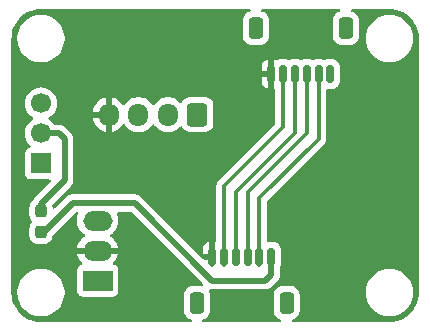
<source format=gbr>
%TF.GenerationSoftware,KiCad,Pcbnew,9.0.3*%
%TF.CreationDate,2025-07-21T23:12:44+12:00*%
%TF.ProjectId,SPI-POWER-INJECTOR,5350492d-504f-4574-9552-2d494e4a4543,rev?*%
%TF.SameCoordinates,Original*%
%TF.FileFunction,Copper,L1,Top*%
%TF.FilePolarity,Positive*%
%FSLAX46Y46*%
G04 Gerber Fmt 4.6, Leading zero omitted, Abs format (unit mm)*
G04 Created by KiCad (PCBNEW 9.0.3) date 2025-07-21 23:12:44*
%MOMM*%
%LPD*%
G01*
G04 APERTURE LIST*
G04 Aperture macros list*
%AMRoundRect*
0 Rectangle with rounded corners*
0 $1 Rounding radius*
0 $2 $3 $4 $5 $6 $7 $8 $9 X,Y pos of 4 corners*
0 Add a 4 corners polygon primitive as box body*
4,1,4,$2,$3,$4,$5,$6,$7,$8,$9,$2,$3,0*
0 Add four circle primitives for the rounded corners*
1,1,$1+$1,$2,$3*
1,1,$1+$1,$4,$5*
1,1,$1+$1,$6,$7*
1,1,$1+$1,$8,$9*
0 Add four rect primitives between the rounded corners*
20,1,$1+$1,$2,$3,$4,$5,0*
20,1,$1+$1,$4,$5,$6,$7,0*
20,1,$1+$1,$6,$7,$8,$9,0*
20,1,$1+$1,$8,$9,$2,$3,0*%
G04 Aperture macros list end*
%TA.AperFunction,SMDPad,CuDef*%
%ADD10RoundRect,0.150000X-0.150000X-0.600000X0.150000X-0.600000X0.150000X0.600000X-0.150000X0.600000X0*%
%TD*%
%TA.AperFunction,SMDPad,CuDef*%
%ADD11RoundRect,0.250000X-0.350000X-0.650000X0.350000X-0.650000X0.350000X0.650000X-0.350000X0.650000X0*%
%TD*%
%TA.AperFunction,SMDPad,CuDef*%
%ADD12RoundRect,0.150000X0.150000X0.600000X-0.150000X0.600000X-0.150000X-0.600000X0.150000X-0.600000X0*%
%TD*%
%TA.AperFunction,SMDPad,CuDef*%
%ADD13RoundRect,0.250000X0.350000X0.650000X-0.350000X0.650000X-0.350000X-0.650000X0.350000X-0.650000X0*%
%TD*%
%TA.AperFunction,SMDPad,CuDef*%
%ADD14RoundRect,0.237500X-0.237500X0.287500X-0.237500X-0.287500X0.237500X-0.287500X0.237500X0.287500X0*%
%TD*%
%TA.AperFunction,ComponentPad*%
%ADD15RoundRect,0.250000X0.600000X0.725000X-0.600000X0.725000X-0.600000X-0.725000X0.600000X-0.725000X0*%
%TD*%
%TA.AperFunction,ComponentPad*%
%ADD16O,1.700000X1.950000*%
%TD*%
%TA.AperFunction,ComponentPad*%
%ADD17R,2.500000X1.700000*%
%TD*%
%TA.AperFunction,ComponentPad*%
%ADD18O,2.500000X1.700000*%
%TD*%
%TA.AperFunction,ComponentPad*%
%ADD19R,1.700000X1.700000*%
%TD*%
%TA.AperFunction,ComponentPad*%
%ADD20C,1.700000*%
%TD*%
%TA.AperFunction,Conductor*%
%ADD21C,0.500000*%
%TD*%
%TA.AperFunction,Conductor*%
%ADD22C,0.300000*%
%TD*%
%TA.AperFunction,Conductor*%
%ADD23C,0.200000*%
%TD*%
G04 APERTURE END LIST*
D10*
%TO.P,REF\u002A\u002A,1*%
%TO.N,GND*%
X152000000Y-96975000D03*
%TO.P,REF\u002A\u002A,2*%
%TO.N,SS*%
X153000000Y-96975000D03*
%TO.P,REF\u002A\u002A,3*%
%TO.N,MISO/MOSI*%
X154000000Y-96975000D03*
%TO.P,REF\u002A\u002A,4*%
%TO.N,MOSI/MISO*%
X155000000Y-96975000D03*
%TO.P,REF\u002A\u002A,5*%
%TO.N,SCLK*%
X156000000Y-96975000D03*
%TO.P,REF\u002A\u002A,6*%
%TO.N,5VOUT*%
X157000000Y-96975000D03*
D11*
%TO.P,REF\u002A\u002A,MP*%
%TO.N,N/C*%
X150700000Y-100875000D03*
X158300000Y-100875000D03*
%TD*%
D12*
%TO.P,SPI IN,1*%
%TO.N,N/C*%
X162000000Y-81525000D03*
%TO.P,SPI IN,2*%
%TO.N,SCLK*%
X161000000Y-81525000D03*
%TO.P,SPI IN,3*%
%TO.N,MOSI/MISO*%
X160000000Y-81525000D03*
%TO.P,SPI IN,4*%
%TO.N,MISO/MOSI*%
X159000000Y-81525000D03*
%TO.P,SPI IN,5*%
%TO.N,SS*%
X158000000Y-81525000D03*
%TO.P,SPI IN,6*%
%TO.N,GND*%
X157000000Y-81525000D03*
D13*
%TO.P,SPI IN,MP*%
%TO.N,N/C*%
X163300000Y-77625000D03*
X155700000Y-77625000D03*
%TD*%
D14*
%TO.P,FUSE_2A,1*%
%TO.N,FUSE*%
X137500000Y-93125000D03*
%TO.P,FUSE_2A,2*%
%TO.N,5VOUT*%
X137500000Y-94875000D03*
%TD*%
D15*
%TO.P,POWER IN,1*%
%TO.N,5VIN*%
X150750000Y-84945000D03*
D16*
%TO.P,POWER IN,2*%
%TO.N,12VIN*%
X148250000Y-84945000D03*
%TO.P,POWER IN,3*%
%TO.N,N/C*%
X145750000Y-84945000D03*
%TO.P,POWER IN,4*%
%TO.N,GND*%
X143250000Y-84945000D03*
%TD*%
D17*
%TO.P,8/36V-5V_2A,1*%
%TO.N,12VIN*%
X142292500Y-98997500D03*
D18*
%TO.P,8/36V-5V_2A,2*%
%TO.N,GND*%
X142292500Y-96457500D03*
%TO.P,8/36V-5V_2A,3*%
%TO.N,5VOLT*%
X142292500Y-93917500D03*
%TD*%
D19*
%TO.P,JP1,1*%
%TO.N,5VOLT*%
X137500000Y-89080000D03*
D20*
%TO.P,JP1,2*%
%TO.N,FUSE*%
X137500000Y-86540000D03*
%TO.P,JP1,3*%
%TO.N,5VIN*%
X137500000Y-84000000D03*
%TD*%
D21*
%TO.N,FUSE*%
X137500000Y-86540000D02*
X139040000Y-86540000D01*
X139040000Y-86540000D02*
X139500000Y-87000000D01*
X139500000Y-87000000D02*
X139500000Y-90500000D01*
X139500000Y-90500000D02*
X137500000Y-92500000D01*
X137500000Y-92500000D02*
X137500000Y-93125000D01*
D22*
%TO.N,GND*%
X157000000Y-85500000D02*
X152000000Y-90500000D01*
X157000000Y-81525000D02*
X157000000Y-85500000D01*
X152000000Y-90500000D02*
X152000000Y-96975000D01*
%TO.N,SCLK*%
X156000000Y-92000000D02*
X161000000Y-87000000D01*
X156000000Y-96975000D02*
X156000000Y-92000000D01*
X161000000Y-87000000D02*
X161000000Y-81525000D01*
%TO.N,MOSI/MISO*%
X155000000Y-91500000D02*
X160000000Y-86500000D01*
X155000000Y-96975000D02*
X155000000Y-91500000D01*
X160000000Y-86500000D02*
X160000000Y-81525000D01*
%TO.N,MISO/MOSI*%
X154000000Y-91500000D02*
X159000000Y-86500000D01*
X154000000Y-96975000D02*
X154000000Y-91500000D01*
X159000000Y-86500000D02*
X159000000Y-81525000D01*
%TO.N,SS*%
X153000000Y-91000000D02*
X158000000Y-86000000D01*
X153000000Y-96975000D02*
X153000000Y-91000000D01*
X158000000Y-86000000D02*
X158000000Y-81525000D01*
D21*
%TO.N,5VOUT*%
X157000000Y-96975000D02*
X157000000Y-98500000D01*
X157000000Y-98500000D02*
X156500000Y-99000000D01*
X152000000Y-99000000D02*
X145441818Y-92441818D01*
X156500000Y-99000000D02*
X152000000Y-99000000D01*
X145441818Y-92441818D02*
X140174546Y-92441818D01*
X140174546Y-92441818D02*
X137741364Y-94875000D01*
X137741364Y-94875000D02*
X137500000Y-94875000D01*
D23*
%TO.N,GND*%
X152000000Y-96975000D02*
X152000000Y-97724999D01*
%TO.N,SS*%
X153000000Y-96975000D02*
X153000000Y-97724999D01*
%TO.N,MOSI/MISO*%
X155000000Y-96975000D02*
X155000000Y-97366968D01*
%TO.N,MISO/MOSI*%
X154000000Y-96975000D02*
X154000000Y-97366968D01*
%TO.N,SCLK*%
X156000000Y-96975000D02*
X156000000Y-97724999D01*
%TD*%
%TA.AperFunction,Conductor*%
%TO.N,GND*%
G36*
X155203494Y-76020185D02*
G01*
X155249249Y-76072989D01*
X155259193Y-76142147D01*
X155230168Y-76205703D01*
X155175459Y-76242206D01*
X155030668Y-76290185D01*
X155030663Y-76290187D01*
X154881342Y-76382289D01*
X154757289Y-76506342D01*
X154665187Y-76655663D01*
X154665186Y-76655666D01*
X154610001Y-76822203D01*
X154610001Y-76822204D01*
X154610000Y-76822204D01*
X154599500Y-76924983D01*
X154599500Y-78325001D01*
X154599501Y-78325018D01*
X154610000Y-78427796D01*
X154610001Y-78427799D01*
X154635169Y-78503750D01*
X154665186Y-78594334D01*
X154757288Y-78743656D01*
X154881344Y-78867712D01*
X155030666Y-78959814D01*
X155197203Y-79014999D01*
X155299991Y-79025500D01*
X156100008Y-79025499D01*
X156100016Y-79025498D01*
X156100019Y-79025498D01*
X156156302Y-79019748D01*
X156202797Y-79014999D01*
X156369334Y-78959814D01*
X156518656Y-78867712D01*
X156642712Y-78743656D01*
X156734814Y-78594334D01*
X156789999Y-78427797D01*
X156800500Y-78325009D01*
X156800499Y-76924992D01*
X156789999Y-76822203D01*
X156734814Y-76655666D01*
X156642712Y-76506344D01*
X156518656Y-76382288D01*
X156369334Y-76290186D01*
X156224537Y-76242205D01*
X156167094Y-76202433D01*
X156140271Y-76137918D01*
X156152586Y-76069142D01*
X156200129Y-76017942D01*
X156263543Y-76000500D01*
X162736455Y-76000500D01*
X162803494Y-76020185D01*
X162849249Y-76072989D01*
X162859193Y-76142147D01*
X162830168Y-76205703D01*
X162775459Y-76242206D01*
X162630668Y-76290185D01*
X162630663Y-76290187D01*
X162481342Y-76382289D01*
X162357289Y-76506342D01*
X162265187Y-76655663D01*
X162265186Y-76655666D01*
X162210001Y-76822203D01*
X162210001Y-76822204D01*
X162210000Y-76822204D01*
X162199500Y-76924983D01*
X162199500Y-78325001D01*
X162199501Y-78325018D01*
X162210000Y-78427796D01*
X162210001Y-78427799D01*
X162235169Y-78503750D01*
X162265186Y-78594334D01*
X162357288Y-78743656D01*
X162481344Y-78867712D01*
X162630666Y-78959814D01*
X162797203Y-79014999D01*
X162899991Y-79025500D01*
X163700008Y-79025499D01*
X163700016Y-79025498D01*
X163700019Y-79025498D01*
X163756302Y-79019748D01*
X163802797Y-79014999D01*
X163969334Y-78959814D01*
X164118656Y-78867712D01*
X164242712Y-78743656D01*
X164334814Y-78594334D01*
X164389999Y-78427797D01*
X164396019Y-78368872D01*
X164999500Y-78368872D01*
X164999500Y-78631127D01*
X165014316Y-78743656D01*
X165033730Y-78891116D01*
X165069738Y-79025499D01*
X165101602Y-79144418D01*
X165101605Y-79144428D01*
X165201953Y-79386690D01*
X165201958Y-79386700D01*
X165333075Y-79613803D01*
X165492718Y-79821851D01*
X165492726Y-79821860D01*
X165678140Y-80007274D01*
X165678148Y-80007281D01*
X165886196Y-80166924D01*
X166113299Y-80298041D01*
X166113309Y-80298046D01*
X166302101Y-80376246D01*
X166355581Y-80398398D01*
X166608884Y-80466270D01*
X166868880Y-80500500D01*
X166868887Y-80500500D01*
X167131113Y-80500500D01*
X167131120Y-80500500D01*
X167391116Y-80466270D01*
X167644419Y-80398398D01*
X167886697Y-80298043D01*
X168113803Y-80166924D01*
X168321851Y-80007282D01*
X168321855Y-80007277D01*
X168321860Y-80007274D01*
X168507274Y-79821860D01*
X168507277Y-79821855D01*
X168507282Y-79821851D01*
X168666924Y-79613803D01*
X168798043Y-79386697D01*
X168898398Y-79144419D01*
X168966270Y-78891116D01*
X169000500Y-78631120D01*
X169000500Y-78368880D01*
X168966270Y-78108884D01*
X168898398Y-77855581D01*
X168798193Y-77613665D01*
X168798046Y-77613309D01*
X168798041Y-77613299D01*
X168666924Y-77386196D01*
X168507281Y-77178148D01*
X168507274Y-77178140D01*
X168321860Y-76992726D01*
X168321851Y-76992718D01*
X168113803Y-76833075D01*
X167886700Y-76701958D01*
X167886690Y-76701953D01*
X167644428Y-76601605D01*
X167644421Y-76601603D01*
X167644419Y-76601602D01*
X167391116Y-76533730D01*
X167333339Y-76526123D01*
X167131127Y-76499500D01*
X167131120Y-76499500D01*
X166868880Y-76499500D01*
X166868872Y-76499500D01*
X166637772Y-76529926D01*
X166608884Y-76533730D01*
X166355581Y-76601602D01*
X166355571Y-76601605D01*
X166113309Y-76701953D01*
X166113299Y-76701958D01*
X165886196Y-76833075D01*
X165678148Y-76992718D01*
X165492718Y-77178148D01*
X165333075Y-77386196D01*
X165201958Y-77613299D01*
X165201953Y-77613309D01*
X165101605Y-77855571D01*
X165101602Y-77855581D01*
X165066724Y-77985750D01*
X165033730Y-78108885D01*
X164999500Y-78368872D01*
X164396019Y-78368872D01*
X164400500Y-78325009D01*
X164400499Y-76924992D01*
X164389999Y-76822203D01*
X164334814Y-76655666D01*
X164242712Y-76506344D01*
X164118656Y-76382288D01*
X163969334Y-76290186D01*
X163824537Y-76242205D01*
X163767094Y-76202433D01*
X163740271Y-76137918D01*
X163752586Y-76069142D01*
X163800129Y-76017942D01*
X163863543Y-76000500D01*
X166934108Y-76000500D01*
X166996249Y-76000500D01*
X167003736Y-76000726D01*
X167293796Y-76018271D01*
X167308657Y-76020075D01*
X167576403Y-76069142D01*
X167590798Y-76071780D01*
X167605335Y-76075363D01*
X167879172Y-76160695D01*
X167893163Y-76166000D01*
X168154743Y-76283727D01*
X168167989Y-76290680D01*
X168413465Y-76439075D01*
X168425776Y-76447573D01*
X168535748Y-76533730D01*
X168651573Y-76624473D01*
X168662781Y-76634403D01*
X168865596Y-76837218D01*
X168875526Y-76848426D01*
X168995481Y-77001538D01*
X169052422Y-77074217D01*
X169060926Y-77086537D01*
X169201633Y-77319295D01*
X169209316Y-77332004D01*
X169216275Y-77345263D01*
X169333997Y-77606831D01*
X169339306Y-77620832D01*
X169424635Y-77894663D01*
X169428219Y-77909201D01*
X169479923Y-78191340D01*
X169481728Y-78206205D01*
X169499274Y-78496263D01*
X169499500Y-78503750D01*
X169499500Y-99996249D01*
X169499274Y-100003736D01*
X169481728Y-100293794D01*
X169479923Y-100308659D01*
X169428219Y-100590798D01*
X169424635Y-100605336D01*
X169339306Y-100879167D01*
X169333997Y-100893168D01*
X169216275Y-101154736D01*
X169209316Y-101167995D01*
X169060928Y-101413459D01*
X169052422Y-101425782D01*
X168875526Y-101651573D01*
X168865596Y-101662781D01*
X168662781Y-101865596D01*
X168651573Y-101875526D01*
X168425782Y-102052422D01*
X168413459Y-102060928D01*
X168167995Y-102209316D01*
X168154736Y-102216275D01*
X167893168Y-102333997D01*
X167879167Y-102339306D01*
X167605336Y-102424635D01*
X167590798Y-102428219D01*
X167308659Y-102479923D01*
X167293794Y-102481728D01*
X167003736Y-102499274D01*
X166996249Y-102499500D01*
X158863545Y-102499500D01*
X158796506Y-102479815D01*
X158750751Y-102427011D01*
X158740807Y-102357853D01*
X158769832Y-102294297D01*
X158824541Y-102257794D01*
X158854698Y-102247800D01*
X158969334Y-102209814D01*
X159118656Y-102117712D01*
X159242712Y-101993656D01*
X159334814Y-101844334D01*
X159389999Y-101677797D01*
X159400500Y-101575009D01*
X159400499Y-100174992D01*
X159396017Y-100131120D01*
X159389999Y-100072203D01*
X159334814Y-99905666D01*
X159312119Y-99868872D01*
X164999500Y-99868872D01*
X164999500Y-100131127D01*
X165020436Y-100290140D01*
X165033730Y-100391116D01*
X165089210Y-100598170D01*
X165101602Y-100644418D01*
X165101605Y-100644428D01*
X165201953Y-100886690D01*
X165201958Y-100886700D01*
X165333075Y-101113803D01*
X165492718Y-101321851D01*
X165492726Y-101321860D01*
X165678140Y-101507274D01*
X165678148Y-101507281D01*
X165886196Y-101666924D01*
X166113299Y-101798041D01*
X166113309Y-101798046D01*
X166289202Y-101870903D01*
X166355581Y-101898398D01*
X166608884Y-101966270D01*
X166868880Y-102000500D01*
X166868887Y-102000500D01*
X167131113Y-102000500D01*
X167131120Y-102000500D01*
X167391116Y-101966270D01*
X167644419Y-101898398D01*
X167886697Y-101798043D01*
X168113803Y-101666924D01*
X168321851Y-101507282D01*
X168321855Y-101507277D01*
X168321860Y-101507274D01*
X168507274Y-101321860D01*
X168507277Y-101321855D01*
X168507282Y-101321851D01*
X168666924Y-101113803D01*
X168798043Y-100886697D01*
X168898398Y-100644419D01*
X168966270Y-100391116D01*
X169000500Y-100131120D01*
X169000500Y-99868880D01*
X168966270Y-99608884D01*
X168898398Y-99355581D01*
X168800204Y-99118520D01*
X168798046Y-99113309D01*
X168798041Y-99113299D01*
X168666924Y-98886196D01*
X168507281Y-98678148D01*
X168507274Y-98678140D01*
X168321860Y-98492726D01*
X168321851Y-98492718D01*
X168113803Y-98333075D01*
X167886700Y-98201958D01*
X167886690Y-98201953D01*
X167644428Y-98101605D01*
X167644421Y-98101603D01*
X167644419Y-98101602D01*
X167391116Y-98033730D01*
X167333339Y-98026123D01*
X167131127Y-97999500D01*
X167131120Y-97999500D01*
X166868880Y-97999500D01*
X166868872Y-97999500D01*
X166637772Y-98029926D01*
X166608884Y-98033730D01*
X166387382Y-98093081D01*
X166355581Y-98101602D01*
X166355571Y-98101605D01*
X166113309Y-98201953D01*
X166113299Y-98201958D01*
X165886196Y-98333075D01*
X165678148Y-98492718D01*
X165492718Y-98678148D01*
X165333075Y-98886196D01*
X165201958Y-99113299D01*
X165201953Y-99113309D01*
X165101605Y-99355571D01*
X165101602Y-99355581D01*
X165040679Y-99582952D01*
X165033730Y-99608885D01*
X164999500Y-99868872D01*
X159312119Y-99868872D01*
X159242712Y-99756344D01*
X159118656Y-99632288D01*
X158969334Y-99540186D01*
X158802797Y-99485001D01*
X158802795Y-99485000D01*
X158700010Y-99474500D01*
X157899998Y-99474500D01*
X157899980Y-99474501D01*
X157797203Y-99485000D01*
X157797200Y-99485001D01*
X157630668Y-99540185D01*
X157630663Y-99540187D01*
X157481342Y-99632289D01*
X157357289Y-99756342D01*
X157265187Y-99905663D01*
X157265186Y-99905666D01*
X157210001Y-100072203D01*
X157210001Y-100072204D01*
X157210000Y-100072204D01*
X157199500Y-100174983D01*
X157199500Y-101575001D01*
X157199501Y-101575018D01*
X157210000Y-101677796D01*
X157210001Y-101677799D01*
X157251087Y-101801787D01*
X157265186Y-101844334D01*
X157357288Y-101993656D01*
X157481344Y-102117712D01*
X157630666Y-102209814D01*
X157775462Y-102257794D01*
X157832906Y-102297567D01*
X157859729Y-102362082D01*
X157847414Y-102430858D01*
X157799871Y-102482058D01*
X157736457Y-102499500D01*
X151263545Y-102499500D01*
X151196506Y-102479815D01*
X151150751Y-102427011D01*
X151140807Y-102357853D01*
X151169832Y-102294297D01*
X151224541Y-102257794D01*
X151254698Y-102247800D01*
X151369334Y-102209814D01*
X151518656Y-102117712D01*
X151642712Y-101993656D01*
X151734814Y-101844334D01*
X151789999Y-101677797D01*
X151800500Y-101575009D01*
X151800499Y-100174992D01*
X151796017Y-100131120D01*
X151789999Y-100072203D01*
X151764830Y-99996249D01*
X151734814Y-99905666D01*
X151734810Y-99905660D01*
X151733264Y-99900993D01*
X151730862Y-99831164D01*
X151766593Y-99771122D01*
X151829113Y-99739929D01*
X151875161Y-99740370D01*
X151907106Y-99746725D01*
X151926081Y-99750500D01*
X151926082Y-99750500D01*
X156573920Y-99750500D01*
X156671462Y-99731096D01*
X156718913Y-99721658D01*
X156855495Y-99665084D01*
X156904729Y-99632186D01*
X156978416Y-99582952D01*
X157582952Y-98978416D01*
X157632186Y-98904729D01*
X157665084Y-98855495D01*
X157721658Y-98718913D01*
X157750500Y-98573918D01*
X157750500Y-97857328D01*
X157755424Y-97822733D01*
X157797597Y-97677573D01*
X157797598Y-97677567D01*
X157800500Y-97640694D01*
X157800500Y-96309306D01*
X157797598Y-96272431D01*
X157751744Y-96114602D01*
X157668081Y-95973135D01*
X157668079Y-95973133D01*
X157668076Y-95973129D01*
X157551870Y-95856923D01*
X157551862Y-95856917D01*
X157473681Y-95810681D01*
X157410398Y-95773256D01*
X157410397Y-95773255D01*
X157410396Y-95773255D01*
X157410393Y-95773254D01*
X157252573Y-95727402D01*
X157252567Y-95727401D01*
X157215701Y-95724500D01*
X157215694Y-95724500D01*
X156784306Y-95724500D01*
X156784300Y-95724500D01*
X156784282Y-95724501D01*
X156784222Y-95724506D01*
X156784212Y-95724503D01*
X156781868Y-95724596D01*
X156781844Y-95724006D01*
X156715845Y-95710138D01*
X156666091Y-95661084D01*
X156650500Y-95600888D01*
X156650500Y-92320808D01*
X156670185Y-92253769D01*
X156686819Y-92233127D01*
X161505273Y-87414673D01*
X161505277Y-87414669D01*
X161576465Y-87308127D01*
X161625501Y-87189743D01*
X161633307Y-87150500D01*
X161650500Y-87064069D01*
X161650500Y-82899111D01*
X161670185Y-82832072D01*
X161722989Y-82786317D01*
X161781847Y-82775924D01*
X161781868Y-82775404D01*
X161784264Y-82775498D01*
X161784269Y-82775497D01*
X161784306Y-82775500D01*
X161784314Y-82775500D01*
X162215686Y-82775500D01*
X162215694Y-82775500D01*
X162252569Y-82772598D01*
X162252571Y-82772597D01*
X162252573Y-82772597D01*
X162294191Y-82760505D01*
X162410398Y-82726744D01*
X162551865Y-82643081D01*
X162668081Y-82526865D01*
X162751744Y-82385398D01*
X162797598Y-82227569D01*
X162800500Y-82190694D01*
X162800500Y-80859306D01*
X162797598Y-80822431D01*
X162751744Y-80664602D01*
X162668081Y-80523135D01*
X162668079Y-80523133D01*
X162668076Y-80523129D01*
X162551870Y-80406923D01*
X162551862Y-80406917D01*
X162436881Y-80338918D01*
X162410398Y-80323256D01*
X162410397Y-80323255D01*
X162410396Y-80323255D01*
X162410393Y-80323254D01*
X162252573Y-80277402D01*
X162252567Y-80277401D01*
X162215701Y-80274500D01*
X162215694Y-80274500D01*
X161784306Y-80274500D01*
X161784298Y-80274500D01*
X161747432Y-80277401D01*
X161747426Y-80277402D01*
X161589606Y-80323253D01*
X161563119Y-80338918D01*
X161495394Y-80356098D01*
X161436881Y-80338918D01*
X161410393Y-80323253D01*
X161252573Y-80277402D01*
X161252567Y-80277401D01*
X161215701Y-80274500D01*
X161215694Y-80274500D01*
X160784306Y-80274500D01*
X160784298Y-80274500D01*
X160747432Y-80277401D01*
X160747426Y-80277402D01*
X160589606Y-80323253D01*
X160563119Y-80338918D01*
X160495394Y-80356098D01*
X160436881Y-80338918D01*
X160410393Y-80323253D01*
X160252573Y-80277402D01*
X160252567Y-80277401D01*
X160215701Y-80274500D01*
X160215694Y-80274500D01*
X159784306Y-80274500D01*
X159784298Y-80274500D01*
X159747432Y-80277401D01*
X159747426Y-80277402D01*
X159589606Y-80323253D01*
X159563119Y-80338918D01*
X159495394Y-80356098D01*
X159436881Y-80338918D01*
X159410393Y-80323253D01*
X159252573Y-80277402D01*
X159252567Y-80277401D01*
X159215701Y-80274500D01*
X159215694Y-80274500D01*
X158784306Y-80274500D01*
X158784298Y-80274500D01*
X158747432Y-80277401D01*
X158747426Y-80277402D01*
X158589606Y-80323253D01*
X158563119Y-80338918D01*
X158495394Y-80356098D01*
X158436881Y-80338918D01*
X158410393Y-80323253D01*
X158252573Y-80277402D01*
X158252567Y-80277401D01*
X158215701Y-80274500D01*
X158215694Y-80274500D01*
X157784306Y-80274500D01*
X157784298Y-80274500D01*
X157747432Y-80277401D01*
X157747426Y-80277402D01*
X157589605Y-80323254D01*
X157589595Y-80323258D01*
X157562627Y-80339207D01*
X157494902Y-80356388D01*
X157436388Y-80339207D01*
X157410196Y-80323717D01*
X157410193Y-80323716D01*
X157252494Y-80277900D01*
X157252497Y-80277900D01*
X157250000Y-80277703D01*
X157250000Y-80640950D01*
X157245076Y-80675545D01*
X157202402Y-80822426D01*
X157202401Y-80822432D01*
X157199500Y-80859298D01*
X157199500Y-82190701D01*
X157202401Y-82227567D01*
X157202402Y-82227573D01*
X157245076Y-82374455D01*
X157250000Y-82409050D01*
X157250000Y-82772295D01*
X157263836Y-82785085D01*
X157284147Y-82789352D01*
X157333904Y-82838402D01*
X157349500Y-82898606D01*
X157349500Y-85679191D01*
X157329815Y-85746230D01*
X157313181Y-85766872D01*
X152494727Y-90585325D01*
X152494726Y-90585326D01*
X152423534Y-90691874D01*
X152374499Y-90810255D01*
X152374497Y-90810261D01*
X152349500Y-90935928D01*
X152349500Y-95601378D01*
X152329815Y-95668417D01*
X152277011Y-95714172D01*
X152261722Y-95716871D01*
X152250000Y-95727703D01*
X152250000Y-96090950D01*
X152245076Y-96125545D01*
X152202402Y-96272426D01*
X152202401Y-96272432D01*
X152199500Y-96309298D01*
X152199500Y-96851000D01*
X152179815Y-96918039D01*
X152127011Y-96963794D01*
X152075500Y-96975000D01*
X152000000Y-96975000D01*
X152000000Y-97101000D01*
X151980315Y-97168039D01*
X151927511Y-97213794D01*
X151876000Y-97225000D01*
X151337730Y-97225000D01*
X151270691Y-97205315D01*
X151250049Y-97188681D01*
X150455972Y-96394604D01*
X150370718Y-96309350D01*
X151200000Y-96309350D01*
X151200000Y-96725000D01*
X151750000Y-96725000D01*
X151750000Y-95727703D01*
X151747503Y-95727900D01*
X151589806Y-95773716D01*
X151589803Y-95773717D01*
X151448447Y-95857314D01*
X151448438Y-95857321D01*
X151332321Y-95973438D01*
X151332314Y-95973447D01*
X151248717Y-96114803D01*
X151248716Y-96114806D01*
X151202900Y-96272504D01*
X151202899Y-96272510D01*
X151200000Y-96309350D01*
X150370718Y-96309350D01*
X145920239Y-91858870D01*
X145920238Y-91858869D01*
X145844296Y-91808127D01*
X145844295Y-91808126D01*
X145797319Y-91776737D01*
X145797306Y-91776730D01*
X145660735Y-91720161D01*
X145660725Y-91720158D01*
X145515738Y-91691318D01*
X145515736Y-91691318D01*
X140100628Y-91691318D01*
X140100626Y-91691318D01*
X139955638Y-91720158D01*
X139955628Y-91720161D01*
X139819057Y-91776730D01*
X139819044Y-91776737D01*
X139772069Y-91808126D01*
X139772068Y-91808127D01*
X139696128Y-91858867D01*
X138686936Y-92868059D01*
X138673705Y-92875283D01*
X138663536Y-92886416D01*
X138643659Y-92891690D01*
X138625613Y-92901544D01*
X138610574Y-92900468D01*
X138596003Y-92904335D01*
X138576433Y-92898026D01*
X138555921Y-92896560D01*
X138543850Y-92887523D01*
X138529503Y-92882899D01*
X138516449Y-92867010D01*
X138499988Y-92854688D01*
X138494007Y-92839697D01*
X138485148Y-92828914D01*
X138478915Y-92801866D01*
X138476097Y-92794800D01*
X138475499Y-92789693D01*
X138475499Y-92788324D01*
X138465174Y-92687247D01*
X138462588Y-92679446D01*
X138461117Y-92666876D01*
X138464950Y-92644410D01*
X138464167Y-92621631D01*
X138470832Y-92609944D01*
X138472870Y-92598002D01*
X138485574Y-92584094D01*
X138496594Y-92564773D01*
X140082948Y-90978419D01*
X140082951Y-90978416D01*
X140165084Y-90855495D01*
X140221658Y-90718913D01*
X140250500Y-90573918D01*
X140250500Y-86926082D01*
X140250500Y-86926079D01*
X140221659Y-86781092D01*
X140221658Y-86781091D01*
X140221658Y-86781087D01*
X140221656Y-86781082D01*
X140165087Y-86644511D01*
X140165080Y-86644498D01*
X140082952Y-86521585D01*
X140082951Y-86521584D01*
X139978416Y-86417049D01*
X139882462Y-86321095D01*
X139518418Y-85957049D01*
X139518416Y-85957047D01*
X139469092Y-85924091D01*
X139436355Y-85902218D01*
X139395495Y-85874916D01*
X139395494Y-85874915D01*
X139395492Y-85874914D01*
X139395490Y-85874913D01*
X139258917Y-85818343D01*
X139258907Y-85818340D01*
X139113920Y-85789500D01*
X139113918Y-85789500D01*
X138687221Y-85789500D01*
X138620182Y-85769815D01*
X138586903Y-85738385D01*
X138530107Y-85660211D01*
X138379786Y-85509890D01*
X138207820Y-85384951D01*
X138207115Y-85384591D01*
X138199054Y-85380485D01*
X138196326Y-85377907D01*
X138192683Y-85377000D01*
X138171126Y-85354108D01*
X138148259Y-85332512D01*
X138147356Y-85328866D01*
X138144783Y-85326134D01*
X138139023Y-85295221D01*
X138131463Y-85264692D01*
X138132673Y-85261138D01*
X138131986Y-85257446D01*
X138143855Y-85228323D01*
X138153999Y-85198556D01*
X138157353Y-85195206D01*
X138158357Y-85192744D01*
X138166378Y-85186194D01*
X138184051Y-85168548D01*
X138191233Y-85163499D01*
X138207816Y-85155051D01*
X138379792Y-85030104D01*
X138530104Y-84879792D01*
X138530106Y-84879788D01*
X138530109Y-84879786D01*
X138655048Y-84707820D01*
X138655047Y-84707820D01*
X138655051Y-84707816D01*
X138661581Y-84695000D01*
X141902970Y-84695000D01*
X142845854Y-84695000D01*
X142807370Y-84761657D01*
X142775000Y-84882465D01*
X142775000Y-85007535D01*
X142807370Y-85128343D01*
X142845854Y-85195000D01*
X141902970Y-85195000D01*
X141933242Y-85386127D01*
X141933242Y-85386130D01*
X141998904Y-85588217D01*
X142095379Y-85777557D01*
X142220272Y-85949459D01*
X142220276Y-85949464D01*
X142370535Y-86099723D01*
X142370540Y-86099727D01*
X142542442Y-86224620D01*
X142731782Y-86321095D01*
X142933871Y-86386757D01*
X143000000Y-86397231D01*
X143000000Y-85349145D01*
X143066657Y-85387630D01*
X143187465Y-85420000D01*
X143312535Y-85420000D01*
X143433343Y-85387630D01*
X143500000Y-85349145D01*
X143500000Y-86397230D01*
X143566126Y-86386757D01*
X143566129Y-86386757D01*
X143768217Y-86321095D01*
X143957557Y-86224620D01*
X144129459Y-86099727D01*
X144129464Y-86099723D01*
X144279721Y-85949466D01*
X144399371Y-85784781D01*
X144454701Y-85742115D01*
X144524314Y-85736136D01*
X144586110Y-85768741D01*
X144600008Y-85784781D01*
X144719890Y-85949785D01*
X144719894Y-85949790D01*
X144870213Y-86100109D01*
X145042179Y-86225048D01*
X145042181Y-86225049D01*
X145042184Y-86225051D01*
X145231588Y-86321557D01*
X145433757Y-86387246D01*
X145643713Y-86420500D01*
X145643714Y-86420500D01*
X145856286Y-86420500D01*
X145856287Y-86420500D01*
X146066243Y-86387246D01*
X146268412Y-86321557D01*
X146457816Y-86225051D01*
X146479789Y-86209086D01*
X146629786Y-86100109D01*
X146629788Y-86100106D01*
X146629792Y-86100104D01*
X146780104Y-85949792D01*
X146899683Y-85785204D01*
X146955011Y-85742540D01*
X147024624Y-85736561D01*
X147086420Y-85769166D01*
X147100313Y-85785199D01*
X147165496Y-85874916D01*
X147219896Y-85949792D01*
X147370213Y-86100109D01*
X147542179Y-86225048D01*
X147542181Y-86225049D01*
X147542184Y-86225051D01*
X147731588Y-86321557D01*
X147933757Y-86387246D01*
X148143713Y-86420500D01*
X148143714Y-86420500D01*
X148356286Y-86420500D01*
X148356287Y-86420500D01*
X148566243Y-86387246D01*
X148768412Y-86321557D01*
X148957816Y-86225051D01*
X149129792Y-86100104D01*
X149268604Y-85961291D01*
X149329923Y-85927809D01*
X149399615Y-85932793D01*
X149455549Y-85974664D01*
X149461821Y-85983878D01*
X149465185Y-85989333D01*
X149465186Y-85989334D01*
X149557288Y-86138656D01*
X149681344Y-86262712D01*
X149830666Y-86354814D01*
X149997203Y-86409999D01*
X150099991Y-86420500D01*
X151400008Y-86420499D01*
X151502797Y-86409999D01*
X151669334Y-86354814D01*
X151818656Y-86262712D01*
X151942712Y-86138656D01*
X152034814Y-85989334D01*
X152089999Y-85822797D01*
X152100500Y-85720009D01*
X152100499Y-84169992D01*
X152098851Y-84153863D01*
X152089999Y-84067203D01*
X152089998Y-84067200D01*
X152052104Y-83952845D01*
X152034814Y-83900666D01*
X151942712Y-83751344D01*
X151818656Y-83627288D01*
X151669334Y-83535186D01*
X151502797Y-83480001D01*
X151502795Y-83480000D01*
X151400010Y-83469500D01*
X150099998Y-83469500D01*
X150099981Y-83469501D01*
X149997203Y-83480000D01*
X149997200Y-83480001D01*
X149830668Y-83535185D01*
X149830663Y-83535187D01*
X149681342Y-83627289D01*
X149557289Y-83751342D01*
X149461821Y-83906121D01*
X149409873Y-83952845D01*
X149340910Y-83964068D01*
X149276828Y-83936224D01*
X149268601Y-83928705D01*
X149129786Y-83789890D01*
X148957820Y-83664951D01*
X148768414Y-83568444D01*
X148768413Y-83568443D01*
X148768412Y-83568443D01*
X148566243Y-83502754D01*
X148566241Y-83502753D01*
X148566240Y-83502753D01*
X148404957Y-83477208D01*
X148356287Y-83469500D01*
X148143713Y-83469500D01*
X148095042Y-83477208D01*
X147933760Y-83502753D01*
X147731585Y-83568444D01*
X147542179Y-83664951D01*
X147370213Y-83789890D01*
X147219894Y-83940209D01*
X147219890Y-83940214D01*
X147100318Y-84104793D01*
X147044989Y-84147459D01*
X146975375Y-84153438D01*
X146913580Y-84120833D01*
X146899682Y-84104793D01*
X146780109Y-83940214D01*
X146780105Y-83940209D01*
X146629786Y-83789890D01*
X146457820Y-83664951D01*
X146268414Y-83568444D01*
X146268413Y-83568443D01*
X146268412Y-83568443D01*
X146066243Y-83502754D01*
X146066241Y-83502753D01*
X146066240Y-83502753D01*
X145904957Y-83477208D01*
X145856287Y-83469500D01*
X145643713Y-83469500D01*
X145595042Y-83477208D01*
X145433760Y-83502753D01*
X145231585Y-83568444D01*
X145042179Y-83664951D01*
X144870213Y-83789890D01*
X144719894Y-83940209D01*
X144719890Y-83940214D01*
X144600008Y-84105218D01*
X144544678Y-84147884D01*
X144475065Y-84153863D01*
X144413270Y-84121257D01*
X144399372Y-84105218D01*
X144279727Y-83940540D01*
X144279723Y-83940535D01*
X144129464Y-83790276D01*
X144129459Y-83790272D01*
X143957557Y-83665379D01*
X143768215Y-83568903D01*
X143566124Y-83503241D01*
X143500000Y-83492768D01*
X143500000Y-84540854D01*
X143433343Y-84502370D01*
X143312535Y-84470000D01*
X143187465Y-84470000D01*
X143066657Y-84502370D01*
X143000000Y-84540854D01*
X143000000Y-83492768D01*
X142999999Y-83492768D01*
X142933875Y-83503241D01*
X142731784Y-83568903D01*
X142542442Y-83665379D01*
X142370540Y-83790272D01*
X142370535Y-83790276D01*
X142220276Y-83940535D01*
X142220272Y-83940540D01*
X142095379Y-84112442D01*
X141998904Y-84301782D01*
X141933242Y-84503869D01*
X141933242Y-84503872D01*
X141902970Y-84695000D01*
X138661581Y-84695000D01*
X138751557Y-84518412D01*
X138817246Y-84316243D01*
X138850500Y-84106287D01*
X138850500Y-83893713D01*
X138817246Y-83683757D01*
X138751557Y-83481588D01*
X138655051Y-83292184D01*
X138655049Y-83292181D01*
X138655048Y-83292179D01*
X138530109Y-83120213D01*
X138379786Y-82969890D01*
X138207820Y-82844951D01*
X138018414Y-82748444D01*
X138018413Y-82748443D01*
X138018412Y-82748443D01*
X137816243Y-82682754D01*
X137816241Y-82682753D01*
X137816240Y-82682753D01*
X137654957Y-82657208D01*
X137606287Y-82649500D01*
X137393713Y-82649500D01*
X137345042Y-82657208D01*
X137183760Y-82682753D01*
X136981585Y-82748444D01*
X136792179Y-82844951D01*
X136620213Y-82969890D01*
X136469890Y-83120213D01*
X136344951Y-83292179D01*
X136248444Y-83481585D01*
X136248443Y-83481587D01*
X136248443Y-83481588D01*
X136231028Y-83535185D01*
X136182753Y-83683760D01*
X136149500Y-83893713D01*
X136149500Y-84106286D01*
X136180463Y-84301782D01*
X136182754Y-84316243D01*
X136243681Y-84503757D01*
X136248444Y-84518414D01*
X136344951Y-84707820D01*
X136469890Y-84879786D01*
X136620213Y-85030109D01*
X136792182Y-85155050D01*
X136800946Y-85159516D01*
X136851742Y-85207491D01*
X136868536Y-85275312D01*
X136845998Y-85341447D01*
X136800946Y-85380484D01*
X136792182Y-85384949D01*
X136620213Y-85509890D01*
X136469890Y-85660213D01*
X136344951Y-85832179D01*
X136248444Y-86021585D01*
X136182753Y-86223760D01*
X136149500Y-86433713D01*
X136149500Y-86646286D01*
X136170849Y-86781082D01*
X136182754Y-86856243D01*
X136205445Y-86926079D01*
X136248444Y-87058414D01*
X136344951Y-87247820D01*
X136469890Y-87419786D01*
X136583430Y-87533326D01*
X136616915Y-87594649D01*
X136611931Y-87664341D01*
X136570059Y-87720274D01*
X136539083Y-87737189D01*
X136407669Y-87786203D01*
X136407664Y-87786206D01*
X136292455Y-87872452D01*
X136292452Y-87872455D01*
X136206206Y-87987664D01*
X136206202Y-87987671D01*
X136155908Y-88122517D01*
X136149501Y-88182116D01*
X136149500Y-88182135D01*
X136149500Y-89977870D01*
X136149501Y-89977876D01*
X136155908Y-90037483D01*
X136206202Y-90172328D01*
X136206206Y-90172335D01*
X136292452Y-90287544D01*
X136292455Y-90287547D01*
X136407664Y-90373793D01*
X136407671Y-90373797D01*
X136542517Y-90424091D01*
X136542516Y-90424091D01*
X136549444Y-90424835D01*
X136602127Y-90430500D01*
X138208770Y-90430499D01*
X138275809Y-90450184D01*
X138321564Y-90502987D01*
X138331508Y-90572146D01*
X138302483Y-90635702D01*
X138296451Y-90642180D01*
X136917052Y-92021578D01*
X136917049Y-92021581D01*
X136888660Y-92064068D01*
X136888661Y-92064069D01*
X136834914Y-92144506D01*
X136789986Y-92252974D01*
X136763107Y-92293201D01*
X136679661Y-92376648D01*
X136589093Y-92523481D01*
X136589092Y-92523484D01*
X136534826Y-92687247D01*
X136534826Y-92687248D01*
X136534825Y-92687248D01*
X136524500Y-92788315D01*
X136524500Y-93461669D01*
X136524501Y-93461687D01*
X136534825Y-93562752D01*
X136589092Y-93726515D01*
X136589093Y-93726518D01*
X136679661Y-93873351D01*
X136718629Y-93912319D01*
X136752114Y-93973642D01*
X136747130Y-94043334D01*
X136718629Y-94087681D01*
X136679661Y-94126648D01*
X136589093Y-94273481D01*
X136589092Y-94273484D01*
X136534826Y-94437247D01*
X136534826Y-94437248D01*
X136534825Y-94437248D01*
X136524500Y-94538315D01*
X136524500Y-95211669D01*
X136524501Y-95211687D01*
X136534825Y-95312752D01*
X136571109Y-95422249D01*
X136589092Y-95476516D01*
X136679660Y-95623350D01*
X136801650Y-95745340D01*
X136948484Y-95835908D01*
X137112247Y-95890174D01*
X137213323Y-95900500D01*
X137786676Y-95900499D01*
X137786684Y-95900498D01*
X137786687Y-95900498D01*
X137842030Y-95894844D01*
X137887753Y-95890174D01*
X138051516Y-95835908D01*
X138198350Y-95745340D01*
X138320340Y-95623350D01*
X138410908Y-95476516D01*
X138465174Y-95312753D01*
X138472091Y-95245040D01*
X138498486Y-95180350D01*
X138507759Y-95169971D01*
X140449095Y-93228637D01*
X140476022Y-93213933D01*
X140501841Y-93197341D01*
X140508041Y-93196449D01*
X140510418Y-93195152D01*
X140536776Y-93192318D01*
X140543948Y-93192318D01*
X140610987Y-93212003D01*
X140656742Y-93264807D01*
X140666686Y-93333965D01*
X140654432Y-93372614D01*
X140640944Y-93399083D01*
X140575253Y-93601260D01*
X140555415Y-93726515D01*
X140542000Y-93811213D01*
X140542000Y-94023787D01*
X140575254Y-94233743D01*
X140588167Y-94273486D01*
X140640944Y-94435914D01*
X140737451Y-94625320D01*
X140862390Y-94797286D01*
X141012713Y-94947609D01*
X141184679Y-95072548D01*
X141184681Y-95072549D01*
X141184684Y-95072551D01*
X141193993Y-95077294D01*
X141244790Y-95125266D01*
X141261587Y-95193087D01*
X141239052Y-95259222D01*
X141194002Y-95298262D01*
X141184943Y-95302878D01*
X141013040Y-95427772D01*
X141013035Y-95427776D01*
X140862776Y-95578035D01*
X140862772Y-95578040D01*
X140737879Y-95749942D01*
X140641404Y-95939282D01*
X140575742Y-96141370D01*
X140575742Y-96141373D01*
X140565269Y-96207500D01*
X141744018Y-96207500D01*
X141733389Y-96225909D01*
X141692500Y-96378509D01*
X141692500Y-96536491D01*
X141733389Y-96689091D01*
X141744018Y-96707500D01*
X140565269Y-96707500D01*
X140575742Y-96773626D01*
X140575742Y-96773629D01*
X140641404Y-96975717D01*
X140737879Y-97165057D01*
X140862772Y-97336959D01*
X140862776Y-97336964D01*
X140976446Y-97450634D01*
X141009931Y-97511957D01*
X141004947Y-97581649D01*
X140963075Y-97637582D01*
X140932098Y-97654497D01*
X140800171Y-97703702D01*
X140800164Y-97703706D01*
X140684955Y-97789952D01*
X140684952Y-97789955D01*
X140598706Y-97905164D01*
X140598702Y-97905171D01*
X140548408Y-98040017D01*
X140542704Y-98093081D01*
X140542001Y-98099623D01*
X140542000Y-98099635D01*
X140542000Y-99895370D01*
X140542001Y-99895376D01*
X140548408Y-99954983D01*
X140598702Y-100089828D01*
X140598706Y-100089835D01*
X140684952Y-100205044D01*
X140684955Y-100205047D01*
X140800164Y-100291293D01*
X140800171Y-100291297D01*
X140935017Y-100341591D01*
X140935016Y-100341591D01*
X140941944Y-100342335D01*
X140994627Y-100348000D01*
X143590372Y-100347999D01*
X143649983Y-100341591D01*
X143784831Y-100291296D01*
X143900046Y-100205046D01*
X143986296Y-100089831D01*
X144036591Y-99954983D01*
X144043000Y-99895373D01*
X144042999Y-98099628D01*
X144036591Y-98040017D01*
X143986296Y-97905169D01*
X143986295Y-97905168D01*
X143986293Y-97905164D01*
X143900047Y-97789955D01*
X143900044Y-97789952D01*
X143784835Y-97703706D01*
X143784828Y-97703702D01*
X143652901Y-97654497D01*
X143596967Y-97612626D01*
X143572550Y-97547162D01*
X143587402Y-97478889D01*
X143608553Y-97450633D01*
X143722228Y-97336958D01*
X143847120Y-97165057D01*
X143943595Y-96975717D01*
X144009257Y-96773629D01*
X144009257Y-96773626D01*
X144019731Y-96707500D01*
X142840982Y-96707500D01*
X142851611Y-96689091D01*
X142892500Y-96536491D01*
X142892500Y-96378509D01*
X142851611Y-96225909D01*
X142840982Y-96207500D01*
X144019731Y-96207500D01*
X144009257Y-96141373D01*
X144009257Y-96141370D01*
X143943595Y-95939282D01*
X143847120Y-95749942D01*
X143722227Y-95578040D01*
X143722223Y-95578035D01*
X143571964Y-95427776D01*
X143571959Y-95427772D01*
X143400055Y-95302877D01*
X143391000Y-95298263D01*
X143340206Y-95250288D01*
X143323412Y-95182466D01*
X143345951Y-95116332D01*
X143391008Y-95077293D01*
X143400316Y-95072551D01*
X143479507Y-95015015D01*
X143572286Y-94947609D01*
X143572288Y-94947606D01*
X143572292Y-94947604D01*
X143722604Y-94797292D01*
X143722606Y-94797288D01*
X143722609Y-94797286D01*
X143847548Y-94625320D01*
X143847547Y-94625320D01*
X143847551Y-94625316D01*
X143944057Y-94435912D01*
X144009746Y-94233743D01*
X144043000Y-94023787D01*
X144043000Y-93811213D01*
X144009746Y-93601257D01*
X143944057Y-93399088D01*
X143944055Y-93399085D01*
X143944055Y-93399083D01*
X143930568Y-93372614D01*
X143917671Y-93303945D01*
X143943946Y-93239204D01*
X144001052Y-93198947D01*
X144041052Y-93192318D01*
X145079588Y-93192318D01*
X145146627Y-93212003D01*
X145167269Y-93228637D01*
X151202297Y-99263665D01*
X151235782Y-99324988D01*
X151230798Y-99394680D01*
X151188926Y-99450613D01*
X151123462Y-99475030D01*
X151102028Y-99474705D01*
X151100034Y-99474501D01*
X151100011Y-99474500D01*
X151100009Y-99474500D01*
X151100003Y-99474500D01*
X150299998Y-99474500D01*
X150299980Y-99474501D01*
X150197203Y-99485000D01*
X150197200Y-99485001D01*
X150030668Y-99540185D01*
X150030663Y-99540187D01*
X149881342Y-99632289D01*
X149757289Y-99756342D01*
X149665187Y-99905663D01*
X149665186Y-99905666D01*
X149610001Y-100072203D01*
X149610001Y-100072204D01*
X149610000Y-100072204D01*
X149599500Y-100174983D01*
X149599500Y-101575001D01*
X149599501Y-101575018D01*
X149610000Y-101677796D01*
X149610001Y-101677799D01*
X149651087Y-101801787D01*
X149665186Y-101844334D01*
X149757288Y-101993656D01*
X149881344Y-102117712D01*
X150030666Y-102209814D01*
X150175462Y-102257794D01*
X150232906Y-102297567D01*
X150259729Y-102362082D01*
X150247414Y-102430858D01*
X150199871Y-102482058D01*
X150136457Y-102499500D01*
X137503751Y-102499500D01*
X137496264Y-102499274D01*
X137206205Y-102481728D01*
X137191340Y-102479923D01*
X136909201Y-102428219D01*
X136894663Y-102424635D01*
X136620832Y-102339306D01*
X136606831Y-102333997D01*
X136345263Y-102216275D01*
X136332004Y-102209316D01*
X136086537Y-102060926D01*
X136074217Y-102052422D01*
X136007943Y-102000500D01*
X135848426Y-101875526D01*
X135837218Y-101865596D01*
X135634403Y-101662781D01*
X135624473Y-101651573D01*
X135564496Y-101575018D01*
X135447573Y-101425776D01*
X135439075Y-101413465D01*
X135290680Y-101167989D01*
X135283727Y-101154743D01*
X135166000Y-100893163D01*
X135160693Y-100879167D01*
X135075364Y-100605336D01*
X135071780Y-100590798D01*
X135035187Y-100391116D01*
X135020075Y-100308657D01*
X135018271Y-100293794D01*
X135004867Y-100072204D01*
X135000726Y-100003736D01*
X135000500Y-99996249D01*
X135000500Y-99868872D01*
X135499500Y-99868872D01*
X135499500Y-100131127D01*
X135520436Y-100290140D01*
X135533730Y-100391116D01*
X135589210Y-100598170D01*
X135601602Y-100644418D01*
X135601605Y-100644428D01*
X135701953Y-100886690D01*
X135701958Y-100886700D01*
X135833075Y-101113803D01*
X135992718Y-101321851D01*
X135992726Y-101321860D01*
X136178140Y-101507274D01*
X136178148Y-101507281D01*
X136386196Y-101666924D01*
X136613299Y-101798041D01*
X136613309Y-101798046D01*
X136789202Y-101870903D01*
X136855581Y-101898398D01*
X137108884Y-101966270D01*
X137368880Y-102000500D01*
X137368887Y-102000500D01*
X137631113Y-102000500D01*
X137631120Y-102000500D01*
X137891116Y-101966270D01*
X138144419Y-101898398D01*
X138386697Y-101798043D01*
X138613803Y-101666924D01*
X138821851Y-101507282D01*
X138821855Y-101507277D01*
X138821860Y-101507274D01*
X139007274Y-101321860D01*
X139007277Y-101321855D01*
X139007282Y-101321851D01*
X139166924Y-101113803D01*
X139298043Y-100886697D01*
X139398398Y-100644419D01*
X139466270Y-100391116D01*
X139500500Y-100131120D01*
X139500500Y-99868880D01*
X139466270Y-99608884D01*
X139398398Y-99355581D01*
X139300204Y-99118520D01*
X139298046Y-99113309D01*
X139298041Y-99113299D01*
X139166924Y-98886196D01*
X139007281Y-98678148D01*
X139007274Y-98678140D01*
X138821860Y-98492726D01*
X138821851Y-98492718D01*
X138613803Y-98333075D01*
X138389706Y-98203694D01*
X138386697Y-98201957D01*
X138386695Y-98201956D01*
X138386690Y-98201953D01*
X138144428Y-98101605D01*
X138144421Y-98101603D01*
X138144419Y-98101602D01*
X137891116Y-98033730D01*
X137833339Y-98026123D01*
X137631127Y-97999500D01*
X137631120Y-97999500D01*
X137368880Y-97999500D01*
X137368872Y-97999500D01*
X137137772Y-98029926D01*
X137108884Y-98033730D01*
X136887382Y-98093081D01*
X136855581Y-98101602D01*
X136855571Y-98101605D01*
X136613309Y-98201953D01*
X136613299Y-98201958D01*
X136386196Y-98333075D01*
X136178148Y-98492718D01*
X135992718Y-98678148D01*
X135833075Y-98886196D01*
X135701958Y-99113299D01*
X135701953Y-99113309D01*
X135601605Y-99355571D01*
X135601602Y-99355581D01*
X135540679Y-99582952D01*
X135533730Y-99608885D01*
X135499500Y-99868872D01*
X135000500Y-99868872D01*
X135000500Y-82190649D01*
X156200000Y-82190649D01*
X156202899Y-82227489D01*
X156202900Y-82227495D01*
X156248716Y-82385193D01*
X156248717Y-82385196D01*
X156332314Y-82526552D01*
X156332321Y-82526561D01*
X156448438Y-82642678D01*
X156448447Y-82642685D01*
X156589801Y-82726281D01*
X156747514Y-82772100D01*
X156747511Y-82772100D01*
X156749998Y-82772295D01*
X156750000Y-82772295D01*
X156750000Y-81775000D01*
X156200000Y-81775000D01*
X156200000Y-82190649D01*
X135000500Y-82190649D01*
X135000500Y-80859350D01*
X156200000Y-80859350D01*
X156200000Y-81275000D01*
X156750000Y-81275000D01*
X156750000Y-80277703D01*
X156747503Y-80277900D01*
X156589806Y-80323716D01*
X156589803Y-80323717D01*
X156448447Y-80407314D01*
X156448438Y-80407321D01*
X156332321Y-80523438D01*
X156332314Y-80523447D01*
X156248717Y-80664803D01*
X156248716Y-80664806D01*
X156202900Y-80822504D01*
X156202899Y-80822510D01*
X156200000Y-80859350D01*
X135000500Y-80859350D01*
X135000500Y-78503750D01*
X135000726Y-78496263D01*
X135008432Y-78368872D01*
X135499500Y-78368872D01*
X135499500Y-78631127D01*
X135514316Y-78743656D01*
X135533730Y-78891116D01*
X135569738Y-79025499D01*
X135601602Y-79144418D01*
X135601605Y-79144428D01*
X135701953Y-79386690D01*
X135701958Y-79386700D01*
X135833075Y-79613803D01*
X135992718Y-79821851D01*
X135992726Y-79821860D01*
X136178140Y-80007274D01*
X136178148Y-80007281D01*
X136386196Y-80166924D01*
X136613299Y-80298041D01*
X136613309Y-80298046D01*
X136802101Y-80376246D01*
X136855581Y-80398398D01*
X137108884Y-80466270D01*
X137368880Y-80500500D01*
X137368887Y-80500500D01*
X137631113Y-80500500D01*
X137631120Y-80500500D01*
X137891116Y-80466270D01*
X138144419Y-80398398D01*
X138386697Y-80298043D01*
X138613803Y-80166924D01*
X138821851Y-80007282D01*
X138821855Y-80007277D01*
X138821860Y-80007274D01*
X139007274Y-79821860D01*
X139007277Y-79821855D01*
X139007282Y-79821851D01*
X139166924Y-79613803D01*
X139298043Y-79386697D01*
X139398398Y-79144419D01*
X139466270Y-78891116D01*
X139500500Y-78631120D01*
X139500500Y-78368880D01*
X139466270Y-78108884D01*
X139398398Y-77855581D01*
X139298193Y-77613665D01*
X139298046Y-77613309D01*
X139298041Y-77613299D01*
X139166924Y-77386196D01*
X139007281Y-77178148D01*
X139007274Y-77178140D01*
X138821860Y-76992726D01*
X138821851Y-76992718D01*
X138613803Y-76833075D01*
X138386700Y-76701958D01*
X138386690Y-76701953D01*
X138144428Y-76601605D01*
X138144421Y-76601603D01*
X138144419Y-76601602D01*
X137891116Y-76533730D01*
X137833339Y-76526123D01*
X137631127Y-76499500D01*
X137631120Y-76499500D01*
X137368880Y-76499500D01*
X137368872Y-76499500D01*
X137137772Y-76529926D01*
X137108884Y-76533730D01*
X136855581Y-76601602D01*
X136855571Y-76601605D01*
X136613309Y-76701953D01*
X136613299Y-76701958D01*
X136386196Y-76833075D01*
X136178148Y-76992718D01*
X135992718Y-77178148D01*
X135833075Y-77386196D01*
X135701958Y-77613299D01*
X135701953Y-77613309D01*
X135601605Y-77855571D01*
X135601602Y-77855581D01*
X135566724Y-77985750D01*
X135533730Y-78108885D01*
X135499500Y-78368872D01*
X135008432Y-78368872D01*
X135009130Y-78357334D01*
X135009130Y-78357333D01*
X135018271Y-78206206D01*
X135020076Y-78191340D01*
X135035187Y-78108885D01*
X135071780Y-77909197D01*
X135075364Y-77894663D01*
X135160696Y-77620822D01*
X135165998Y-77606841D01*
X135283731Y-77345249D01*
X135290676Y-77332016D01*
X135439080Y-77086526D01*
X135447567Y-77074230D01*
X135624480Y-76848417D01*
X135634395Y-76837226D01*
X135837226Y-76634395D01*
X135848417Y-76624480D01*
X136074230Y-76447567D01*
X136086526Y-76439080D01*
X136332016Y-76290676D01*
X136345249Y-76283731D01*
X136606841Y-76165998D01*
X136620822Y-76160696D01*
X136894668Y-76075362D01*
X136909197Y-76071780D01*
X137191344Y-76020075D01*
X137206201Y-76018271D01*
X137496264Y-76000726D01*
X137503751Y-76000500D01*
X137565892Y-76000500D01*
X155136455Y-76000500D01*
X155203494Y-76020185D01*
G37*
%TD.AperFunction*%
%TD*%
M02*

</source>
